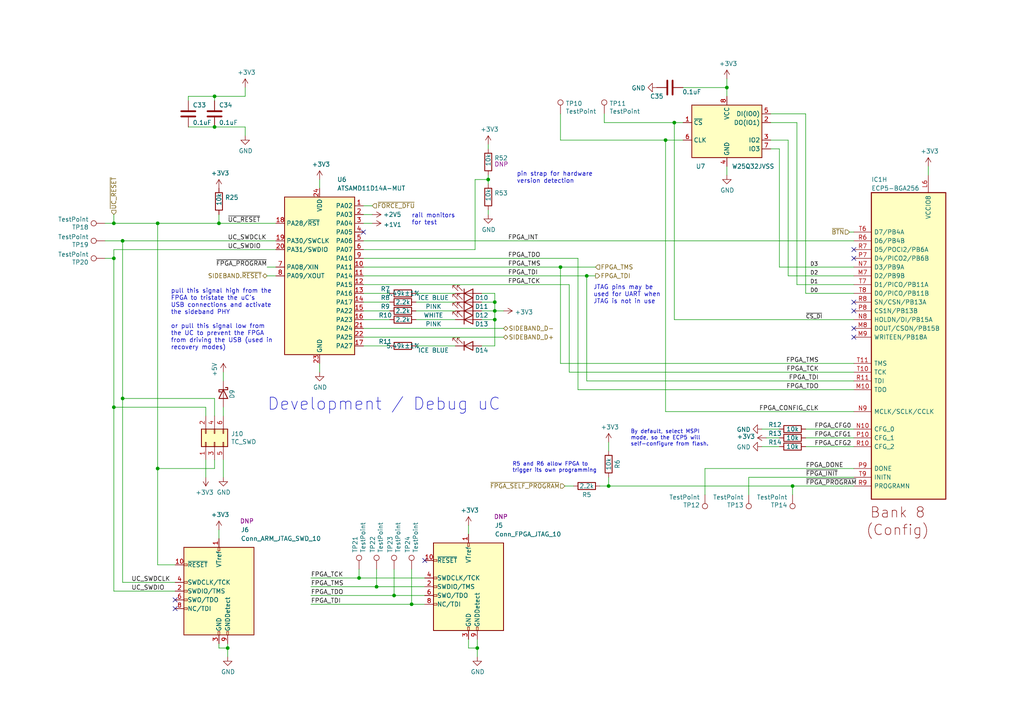
<source format=kicad_sch>
(kicad_sch (version 20211123) (generator eeschema)
  (paper "A4")
  (title_block (title "LUNA USB Multitool") (date "2023-02-07") (rev "r0.5+") (company "Copyright 2019-2023 Great Scott Gadgets") (comment 1 "Licensed under the CERN-OHL-P v2"))
  (junction (at 162.56 77.47))
  (junction (at 104.14 167.64))
  (junction (at 35.56 69.85))
  (junction (at 62.23 36.83))
  (junction (at 193.04 40.64))
  (junction (at 35.56 115.57))
  (junction (at 229.87 140.97))
  (junction (at 33.02 64.77))
  (junction (at 195.58 35.56))
  (junction (at 141.605 52.07))
  (junction (at 138.43 187.96))
  (junction (at 109.22 170.18))
  (junction (at 33.02 118.11))
  (junction (at 210.82 25.4))
  (junction (at 63.5 64.77))
  (junction (at 143.51 87.63))
  (junction (at 119.38 175.26))
  (junction (at 143.51 90.17))
  (junction (at 176.53 140.97))
  (junction (at 62.23 27.94))
  (junction (at 170.18 80.01))
  (junction (at 114.3 172.72))
  (junction (at 143.51 92.71))
  (junction (at 33.02 74.93))
  (junction (at 66.04 187.96))
  (junction (at 45.72 64.77))
  (junction (at 45.72 135.89))
  (no_connect (at 247.65 95.25))
  (no_connect (at 105.41 67.31))
  (no_connect (at 247.65 87.63))
  (no_connect (at 247.65 97.79))
  (no_connect (at 247.65 74.93))
  (no_connect (at 247.65 90.17))
  (no_connect (at 247.65 72.39))
  (no_connect (at 50.8 173.99))
  (no_connect (at 50.8 176.53))
  (no_connect (at 123.19 162.56))
  (wire (pts (xy 247.65 140.97) (xy 229.87 140.97)))
  (wire (pts (xy 45.72 163.83) (xy 50.8 163.83)))
  (wire (pts (xy 105.41 87.63) (xy 113.03 87.63)))
  (wire (pts (xy 193.04 119.38) (xy 193.04 40.64)))
  (wire (pts (xy 123.19 172.72) (xy 114.3 172.72)))
  (wire (pts (xy 35.56 69.85) (xy 80.01 69.85)))
  (wire (pts (xy 233.68 124.46) (xy 247.65 124.46)))
  (wire (pts (xy 62.23 29.21) (xy 62.23 27.94)))
  (wire (pts (xy 162.56 77.47) (xy 172.72 77.47)))
  (wire (pts (xy 105.41 92.71) (xy 113.03 92.71)))
  (wire (pts (xy 66.04 187.96) (xy 66.04 190.5)))
  (wire (pts (xy 54.61 29.21) (xy 54.61 27.94)))
  (wire (pts (xy 59.69 120.65) (xy 59.69 118.11)))
  (wire (pts (xy 226.06 77.47) (xy 226.06 43.18)))
  (wire (pts (xy 233.68 85.09) (xy 247.65 85.09)))
  (wire (pts (xy 123.19 170.18) (xy 109.22 170.18)))
  (wire (pts (xy 71.12 27.94) (xy 71.12 25.4)))
  (wire (pts (xy 165.1 107.95) (xy 165.1 82.55)))
  (wire (pts (xy 210.82 48.26) (xy 210.82 50.8)))
  (wire (pts (xy 222.25 127) (xy 226.06 127)))
  (wire (pts (xy 269.24 50.8) (xy 269.24 48.26)))
  (wire (pts (xy 170.18 80.01) (xy 172.72 80.01)))
  (wire (pts (xy 141.605 62.23) (xy 141.605 60.96)))
  (wire (pts (xy 64.77 107.95) (xy 64.77 110.49)))
  (wire (pts (xy 143.51 87.63) (xy 143.51 85.09)))
  (wire (pts (xy 135.89 185.42) (xy 135.89 187.96)))
  (wire (pts (xy 62.23 27.94) (xy 71.12 27.94)))
  (wire (pts (xy 109.22 165.1) (xy 109.22 170.18)))
  (wire (pts (xy 223.52 40.64) (xy 228.6 40.64)))
  (wire (pts (xy 139.7 87.63) (xy 143.51 87.63)))
  (wire (pts (xy 223.52 33.02) (xy 233.68 33.02)))
  (wire (pts (xy 247.65 135.89) (xy 204.47 135.89)))
  (wire (pts (xy 143.51 85.09) (xy 139.7 85.09)))
  (wire (pts (xy 220.98 129.54) (xy 226.06 129.54)))
  (wire (pts (xy 193.04 40.64) (xy 198.12 40.64)))
  (wire (pts (xy 162.56 40.64) (xy 193.04 40.64)))
  (wire (pts (xy 107.95 64.77) (xy 105.41 64.77)))
  (wire (pts (xy 138.43 187.96) (xy 138.43 190.5)))
  (wire (pts (xy 139.7 92.71) (xy 143.51 92.71)))
  (wire (pts (xy 141.605 43.18) (xy 141.605 41.91)))
  (wire (pts (xy 92.71 52.07) (xy 92.71 54.61)))
  (wire (pts (xy 59.69 133.35) (xy 59.69 138.43)))
  (wire (pts (xy 247.65 119.38) (xy 193.04 119.38)))
  (wire (pts (xy 210.82 22.86) (xy 210.82 25.4)))
  (wire (pts (xy 176.53 128.27) (xy 176.53 130.81)))
  (wire (pts (xy 195.58 92.71) (xy 195.58 35.56)))
  (wire (pts (xy 62.23 120.65) (xy 62.23 115.57)))
  (wire (pts (xy 77.47 77.47) (xy 80.01 77.47)))
  (wire (pts (xy 173.99 140.97) (xy 176.53 140.97)))
  (wire (pts (xy 167.64 74.93) (xy 167.64 113.03)))
  (wire (pts (xy 105.41 62.23) (xy 107.95 62.23)))
  (wire (pts (xy 45.72 135.89) (xy 45.72 163.83)))
  (wire (pts (xy 143.51 92.71) (xy 143.51 90.17)))
  (wire (pts (xy 45.72 64.77) (xy 45.72 135.89)))
  (wire (pts (xy 66.04 186.69) (xy 66.04 187.96)))
  (wire (pts (xy 163.83 140.97) (xy 166.37 140.97)))
  (wire (pts (xy 210.82 27.94) (xy 210.82 25.4)))
  (wire (pts (xy 63.5 62.23) (xy 63.5 64.77)))
  (wire (pts (xy 170.18 110.49) (xy 247.65 110.49)))
  (wire (pts (xy 33.02 72.39) (xy 33.02 74.93)))
  (wire (pts (xy 105.41 85.09) (xy 113.03 85.09)))
  (wire (pts (xy 104.14 167.64) (xy 90.17 167.64)))
  (wire (pts (xy 137.795 72.39) (xy 105.41 72.39)))
  (wire (pts (xy 105.41 90.17) (xy 113.03 90.17)))
  (wire (pts (xy 195.58 35.56) (xy 175.26 35.56)))
  (wire (pts (xy 59.69 118.11) (xy 33.02 118.11)))
  (wire (pts (xy 170.18 80.01) (xy 105.41 80.01)))
  (wire (pts (xy 247.65 92.71) (xy 195.58 92.71)))
  (wire (pts (xy 105.41 82.55) (xy 165.1 82.55)))
  (wire (pts (xy 119.38 165.1) (xy 119.38 175.26)))
  (wire (pts (xy 198.12 25.4) (xy 210.82 25.4)))
  (wire (pts (xy 138.43 187.96) (xy 138.43 185.42)))
  (wire (pts (xy 54.61 36.83) (xy 62.23 36.83)))
  (wire (pts (xy 176.53 140.97) (xy 176.53 138.43)))
  (wire (pts (xy 63.5 153.67) (xy 63.5 156.21)))
  (wire (pts (xy 146.05 95.25) (xy 105.41 95.25)))
  (wire (pts (xy 143.51 90.17) (xy 139.7 90.17)))
  (wire (pts (xy 30.48 69.85) (xy 35.56 69.85)))
  (wire (pts (xy 92.71 105.41) (xy 92.71 107.95)))
  (wire (pts (xy 170.18 80.01) (xy 170.18 110.49)))
  (wire (pts (xy 123.19 175.26) (xy 119.38 175.26)))
  (wire (pts (xy 30.48 64.77) (xy 33.02 64.77)))
  (wire (pts (xy 175.26 35.56) (xy 175.26 33.02)))
  (wire (pts (xy 119.38 175.26) (xy 90.17 175.26)))
  (wire (pts (xy 220.98 124.46) (xy 226.06 124.46)))
  (wire (pts (xy 247.65 69.85) (xy 105.41 69.85)))
  (wire (pts (xy 105.41 97.79) (xy 146.05 97.79)))
  (wire (pts (xy 228.6 80.01) (xy 247.65 80.01)))
  (wire (pts (xy 141.605 52.07) (xy 141.605 50.8)))
  (wire (pts (xy 233.68 127) (xy 247.65 127)))
  (wire (pts (xy 62.23 135.89) (xy 45.72 135.89)))
  (wire (pts (xy 64.77 120.65) (xy 64.77 118.11)))
  (wire (pts (xy 132.08 87.63) (xy 120.65 87.63)))
  (wire (pts (xy 143.51 90.17) (xy 143.51 87.63)))
  (wire (pts (xy 247.65 138.43) (xy 217.17 138.43)))
  (wire (pts (xy 141.605 53.34) (xy 141.605 52.07)))
  (wire (pts (xy 71.12 36.83) (xy 71.12 39.37)))
  (wire (pts (xy 109.22 170.18) (xy 90.17 170.18)))
  (wire (pts (xy 247.65 77.47) (xy 226.06 77.47)))
  (wire (pts (xy 63.5 64.77) (xy 80.01 64.77)))
  (wire (pts (xy 146.05 90.17) (xy 143.51 90.17)))
  (wire (pts (xy 233.68 33.02) (xy 233.68 85.09)))
  (wire (pts (xy 231.14 35.56) (xy 223.52 35.56)))
  (wire (pts (xy 233.68 129.54) (xy 247.65 129.54)))
  (wire (pts (xy 132.08 90.17) (xy 120.65 90.17)))
  (wire (pts (xy 63.5 186.69) (xy 63.5 187.96)))
  (wire (pts (xy 247.65 67.31) (xy 246.38 67.31)))
  (wire (pts (xy 63.5 187.96) (xy 66.04 187.96)))
  (wire (pts (xy 77.47 80.01) (xy 80.01 80.01)))
  (wire (pts (xy 137.795 52.07) (xy 137.795 72.39)))
  (wire (pts (xy 33.02 171.45) (xy 50.8 171.45)))
  (wire (pts (xy 247.65 82.55) (xy 231.14 82.55)))
  (wire (pts (xy 229.87 140.97) (xy 229.87 143.51)))
  (wire (pts (xy 195.58 35.56) (xy 198.12 35.56)))
  (wire (pts (xy 120.65 92.71) (xy 132.08 92.71)))
  (wire (pts (xy 162.56 105.41) (xy 247.65 105.41)))
  (wire (pts (xy 35.56 115.57) (xy 35.56 168.91)))
  (wire (pts (xy 143.51 100.33) (xy 143.51 92.71)))
  (wire (pts (xy 231.14 82.55) (xy 231.14 35.56)))
  (wire (pts (xy 105.41 74.93) (xy 167.64 74.93)))
  (wire (pts (xy 135.89 187.96) (xy 138.43 187.96)))
  (wire (pts (xy 33.02 74.93) (xy 33.02 118.11)))
  (wire (pts (xy 64.77 133.35) (xy 64.77 138.43)))
  (wire (pts (xy 135.89 152.4) (xy 135.89 154.94)))
  (wire (pts (xy 33.02 62.23) (xy 33.02 64.77)))
  (wire (pts (xy 141.605 52.07) (xy 137.795 52.07)))
  (wire (pts (xy 107.95 59.69) (xy 105.41 59.69)))
  (wire (pts (xy 162.56 33.02) (xy 162.56 40.64)))
  (wire (pts (xy 62.23 133.35) (xy 62.23 135.89)))
  (wire (pts (xy 217.17 138.43) (xy 217.17 143.51)))
  (wire (pts (xy 35.56 69.85) (xy 35.56 115.57)))
  (wire (pts (xy 114.3 165.1) (xy 114.3 172.72)))
  (wire (pts (xy 30.48 74.93) (xy 33.02 74.93)))
  (wire (pts (xy 105.41 77.47) (xy 162.56 77.47)))
  (wire (pts (xy 162.56 77.47) (xy 162.56 105.41)))
  (wire (pts (xy 33.02 118.11) (xy 33.02 171.45)))
  (wire (pts (xy 123.19 167.64) (xy 104.14 167.64)))
  (wire (pts (xy 114.3 172.72) (xy 90.17 172.72)))
  (wire (pts (xy 228.6 40.64) (xy 228.6 80.01)))
  (wire (pts (xy 33.02 72.39) (xy 80.01 72.39)))
  (wire (pts (xy 104.14 165.1) (xy 104.14 167.64)))
  (wire (pts (xy 204.47 135.89) (xy 204.47 143.51)))
  (wire (pts (xy 120.65 100.33) (xy 132.08 100.33)))
  (wire (pts (xy 120.65 85.09) (xy 132.08 85.09)))
  (wire (pts (xy 139.7 100.33) (xy 143.51 100.33)))
  (wire (pts (xy 45.72 64.77) (xy 63.5 64.77)))
  (wire (pts (xy 226.06 43.18) (xy 223.52 43.18)))
  (wire (pts (xy 62.23 115.57) (xy 35.56 115.57)))
  (wire (pts (xy 33.02 64.77) (xy 45.72 64.77)))
  (wire (pts (xy 229.87 140.97) (xy 176.53 140.97)))
  (wire (pts (xy 165.1 107.95) (xy 247.65 107.95)))
  (wire (pts (xy 35.56 168.91) (xy 50.8 168.91)))
  (wire (pts (xy 167.64 113.03) (xy 247.65 113.03)))
  (wire (pts (xy 62.23 27.94) (xy 54.61 27.94)))
  (wire (pts (xy 105.41 100.33) (xy 113.03 100.33)))
  (wire (pts (xy 62.23 36.83) (xy 71.12 36.83)))
  (text "pull this signal high from the\nFPGA to tristate the uC’s \nUSB connections and activate\nthe sideband PHY\n\nor pull this signal low from\nthe UC to prevent the FPGA\nfrom driving the USB (used in\nrecovery modes)" (at 49.53 101.6 0) (effects (font (size 1.27 1.27)) (justify left bottom)))
  (text "Development / Debug uC" (at 77.47 119.38 0) (effects (font (size 3.5052 3.5052)) (justify left bottom)))
  (text "By default, select MSPI \nmode, so the ECP5 will \nself-configure from flash." (at 182.88 129.54 0) (effects (font (size 1.1176 1.1176)) (justify left bottom)))
  (text "JTAG pins may be\nused for UART when\nJTAG is not in use" (at 172.085 88.265 0) (effects (font (size 1.27 1.27)) (justify left bottom)))
  (text "rail monitors\nfor test" (at 119.38 65.405 0) (effects (font (size 1.27 1.27)) (justify left bottom)))
  (text "pin strap for hardware\nversion detection" (at 149.86 53.34 0) (effects (font (size 1.27 1.27)) (justify left bottom)))
  (text "R5 and R6 allow FPGA to\ntrigger its own programming" (at 148.59 137.16 0) (effects (font (size 1.1176 1.1176)) (justify left bottom)))
  (label "FPGA_TMS" (at 237.49 105.41 180))
  (label "D1" (at 234.95 82.55 0) (effects (font (size 1.1176 1.1176))))
  (label "~{FPGA_INIT}" (at 233.68 138.43 0))
  (label "FPGA_TMS" (at 147.32 77.47 0))
  (label "D0" (at 234.95 85.09 0) (effects (font (size 1.1176 1.1176))))
  (label "D3" (at 234.95 77.47 0) (effects (font (size 1.1176 1.1176))))
  (label "FPGA_TDI" (at 90.17 175.26 0))
  (label "~{UC_RESET}" (at 66.04 64.77 0))
  (label "FPGA_TDI" (at 147.32 80.01 0))
  (label "FPGA_TDO" (at 147.32 74.93 0))
  (label "UC_SWDCLK" (at 38.1 168.91 0))
  (label "D2" (at 234.95 80.01 0) (effects (font (size 1.1176 1.1176))))
  (label "FPGA_DONE" (at 233.68 135.89 0))
  (label "UC_SWDIO" (at 38.1 171.45 0))
  (label "FPGA_TDO" (at 237.49 113.03 180))
  (label "~{FPGA_PROGRAM}" (at 233.68 140.97 0))
  (label "FPGA_TDO" (at 90.17 172.72 0))
  (label "FPGA_CFG1" (at 236.22 127 0))
  (label "FPGA_TMS" (at 90.17 170.18 0))
  (label "FPGA_TDI" (at 237.49 110.49 180))
  (label "UC_SWDIO" (at 66.04 72.39 0))
  (label "FPGA_TCK" (at 90.17 167.64 0))
  (label "FPGA_CONFIG_CLK" (at 237.49 119.38 180))
  (label "FPGA_TCK" (at 237.49 107.95 180))
  (label "FPGA_INT" (at 147.32 69.85 0))
  (label "~{FPGA_PROGRAM}" (at 77.47 77.47 180))
  (label "FPGA_CFG0" (at 236.22 124.46 0))
  (label "~{CS_DI}" (at 233.68 92.71 0) (effects (font (size 1.1176 1.1176))))
  (label "UC_SWDCLK" (at 66.04 69.85 0))
  (label "FPGA_CFG2" (at 236.22 129.54 0))
  (label "FPGA_TCK" (at 147.32 82.55 0))
  (hierarchical_label "~{FORCE_DFU}" (shape input) (at 107.95 59.69 0))
  (hierarchical_label "~{UC_RESET}" (shape input) (at 33.02 62.23 90))
  (hierarchical_label "~{BTN}" (shape input) (at 246.38 67.31 180))
  (hierarchical_label "SIDEBAND_D+" (shape bidirectional) (at 146.05 97.79 0))
  (hierarchical_label "~{FPGA_SELF_PROGRAM}" (shape input) (at 163.83 140.97 180))
  (hierarchical_label "FPGA_TMS" (shape input) (at 172.72 77.47 0))
  (hierarchical_label "SIDEBAND_D-" (shape bidirectional) (at 146.05 95.25 0))
  (hierarchical_label "FPGA_TDI" (shape output) (at 172.72 80.01 0))
  (hierarchical_label "SIDEBAND.~{RESET}" (shape bidirectional) (at 77.47 80.01 180))
  (symbol (lib_id "Connector:Conn_ARM_JTAG_SWD_10") (at 63.5 171.45 0) (mirror y) (unit 1)
    (property "Reference" "J6" (at 69.85 153.67 0) (effects (justify right)))
    (property "Value" "Conn_ARM_JTAG_SWD_10" (at 69.85 156.21 0) (effects (justify right)))
    (property "Footprint" "luna:SWD_CONNECTOR_LARGE_BOX" (effects hide))
    (property "Datasheet" "http://infocenter.arm.com/help/topic/com.arm.doc.ddi0314h/DDI0314H_coresight_components_trm.pdf" (effects hide))
    (property "Description" "CONN HEADER VERT 10POS 1.27MM" (effects hide))
    (property "Manufacturer" "Samtec" (effects hide))
    (property "Part Number" "FTSH-105-01-F-D-K" (effects hide))
    (property "DNP" "DNP" (at 73.66 151.13 0) (effects (justify left)))
  )
  (symbol (lib_id "power:GND") (at 66.04 190.5 0) (unit 1)
    (property "Reference" "#PWR049" (effects hide))
    (property "Value" "GND" (at 66.1416 194.8688 0))
  )
  (symbol (lib_id "power:+3V3") (at 63.5 153.67 0) (unit 1)
    (property "Reference" "#PWR048" (effects hide))
    (property "Value" "+3V3" (at 63.8556 149.2758 0))
  )
  (symbol (lib_id "Device:LED") (at 135.89 85.09 0) (mirror x) (unit 1)
    (property "Reference" "D10" (at 139.7 86.36 0))
    (property "Value" "ICE BLUE" (at 125.73 86.36 0))
    (property "Footprint" "LED_SMD:LED_0603_1608Metric_Pad1.05x0.95mm_HandSolder" (effects hide))
    (property "Part Number" "MHT192WDT-ICE" (effects hide))
    (property "Manufacturer" "MEIHUA" (effects hide))
    (property "Description" "LED SMD 0603 ICE BLUE" (effects hide))
  )
  (symbol (lib_id "Device:LED") (at 135.89 87.63 0) (mirror x) (unit 1)
    (property "Reference" "D11" (at 139.7 88.9 0))
    (property "Value" "PINK" (at 125.73 88.9 0))
    (property "Footprint" "LED_SMD:LED_0603_1608Metric_Pad1.05x0.95mm_HandSolder" (effects hide))
    (property "Part Number" "OSK40603C1E" (effects hide))
    (property "Manufacturer" "OptoSupply" (effects hide))
    (property "Description" "LED SMD 0603 PINK" (effects hide))
  )
  (symbol (lib_id "Device:LED") (at 135.89 90.17 0) (mirror x) (unit 1)
    (property "Reference" "D12" (at 139.7 91.44 0))
    (property "Value" "WHITE" (at 125.73 91.44 0))
    (property "Footprint" "LED_SMD:LED_0603_1608Metric_Pad1.05x0.95mm_HandSolder" (effects hide))
    (property "Part Number" "ORH-W46G" (effects hide))
    (property "Manufacturer" "Orient" (effects hide))
    (property "Description" "LED SMD 0603 WHITE" (effects hide))
  )
  (symbol (lib_id "Device:LED") (at 135.89 92.71 0) (mirror x) (unit 1)
    (property "Reference" "D13" (at 139.7 93.98 0))
    (property "Value" "PINK" (at 125.73 93.98 0))
    (property "Footprint" "LED_SMD:LED_0603_1608Metric_Pad1.05x0.95mm_HandSolder" (effects hide))
    (property "Part Number" "OSK40603C1E" (effects hide))
    (property "Manufacturer" "OptoSupply" (effects hide))
    (property "Description" "LED SMD 0603 PINK" (effects hide))
  )
  (symbol (lib_id "Device:LED") (at 135.89 100.33 0) (mirror x) (unit 1)
    (property "Reference" "D14" (at 139.7 101.6 0))
    (property "Value" "ICE BLUE" (at 125.73 101.6 0))
    (property "Footprint" "LED_SMD:LED_0603_1608Metric_Pad1.05x0.95mm_HandSolder" (effects hide))
    (property "Part Number" "MHT192WDT-ICE" (effects hide))
    (property "Manufacturer" "MEIHUA" (effects hide))
    (property "Description" "LED SMD 0603 ICE BLUE" (effects hide))
  )
  (symbol (lib_id "power:+3V3") (at 146.05 90.17 270) (unit 1)
    (property "Reference" "#PWR047" (effects hide))
    (property "Value" "+3V3" (at 149.3012 90.5256 90) (effects (justify left)))
  )
  (symbol (lib_id "power:+1V1") (at 107.95 64.77 270) (unit 1)
    (property "Reference" "#PWR040" (effects hide))
    (property "Value" "+1V1" (at 111.2012 65.151 90) (effects (justify left)))
  )
  (symbol (lib_id "power:+2V5") (at 107.95 62.23 270) (unit 1)
    (property "Reference" "#PWR046" (effects hide))
    (property "Value" "+2V5" (at 111.125 62.23 90) (effects (justify left)))
  )
  (symbol (lib_id "Connector:Conn_ARM_JTAG_SWD_10") (at 135.89 170.18 0) (mirror y) (unit 1)
    (property "Reference" "J5" (at 143.51 152.4 0) (effects (justify right)))
    (property "Value" "Conn_FPGA_JTAG_10" (at 143.51 154.94 0) (effects (justify right)))
    (property "Footprint" "luna:SWD_CONNECTOR_LARGE_BOX" (effects hide))
    (property "Datasheet" "http://infocenter.arm.com/help/topic/com.arm.doc.ddi0314h/DDI0314H_coresight_components_trm.pdf" (effects hide))
    (property "Description" "CONN HEADER VERT 10POS 1.27MM" (effects hide))
    (property "Manufacturer" "Samtec" (effects hide))
    (property "Part Number" "FTSH-105-01-F-D-K" (effects hide))
    (property "DNP" "DNP" (at 147.32 149.86 0) (effects (justify left)))
  )
  (symbol (lib_id "fpgas_and_processors:ECP5-BGA256") (at 274.32 55.88 0) (mirror y) (unit 8)
    (property "Reference" "IC1" (at 252.73 52.07 0) (effects (justify right)))
    (property "Value" "ECP5-BGA256" (at 252.73 54.61 0) (effects (justify right)))
    (property "Footprint" "luna:lattice_cabga256" (effects hide))
    (property "Description" "FPGA - Field Programmable Gate Array ECP5; 12k LUTs; 1.1V" (effects hide))
    (property "Manufacturer" "Lattice" (effects hide))
    (property "Part Number" "LFE5U-12F-6BG256C" (effects hide))
    (property "Substitution" "LFE5U-12F-*BG256*" (effects hide))
  )
  (symbol (lib_id "power:+3V3") (at 269.24 48.26 0) (unit 1)
    (property "Reference" "#PWR056" (effects hide))
    (property "Value" "+3V3" (at 269.621 43.8658 0))
  )
  (symbol (lib_id "Device:C") (at 54.61 33.02 0) (unit 1)
    (property "Reference" "C33" (at 55.88 30.48 0) (effects (justify left)))
    (property "Value" "0.1uF" (at 55.88 35.56 0) (effects (justify left)))
    (property "Footprint" "Capacitor_SMD:C_0402_1005Metric" (effects hide))
    (property "Part Number" "GENERIC-CAP-0402-0.1uF" (effects hide))
    (property "Substitution" "any equivalent" (effects hide))
  )
  (symbol (lib_id "Device:C") (at 62.23 33.02 0) (unit 1)
    (property "Reference" "C34" (at 63.5 30.48 0) (effects (justify left)))
    (property "Value" "0.1uF" (at 63.5 35.56 0) (effects (justify left)))
    (property "Footprint" "Capacitor_SMD:C_0402_1005Metric" (effects hide))
    (property "Part Number" "GENERIC-CAP-0402-0.1uF" (effects hide))
    (property "Substitution" "any equivalent" (effects hide))
  )
  (symbol (lib_id "power:GND") (at 71.12 39.37 0) (unit 1)
    (property "Reference" "#PWR041" (effects hide))
    (property "Value" "GND" (at 71.247 43.7642 0))
  )
  (symbol (lib_id "power:+3V3") (at 71.12 25.4 0) (unit 1)
    (property "Reference" "#PWR045" (effects hide))
    (property "Value" "+3V3" (at 71.501 21.0058 0))
  )
  (symbol (lib_id "power:GND") (at 92.71 107.95 0) (unit 1)
    (property "Reference" "#PWR044" (effects hide))
    (property "Value" "GND" (at 92.837 112.3442 0))
  )
  (symbol (lib_id "Memory_Flash:W25Q32JVSS") (at 210.82 38.1 0) (unit 1)
    (property "Reference" "U7" (at 203.2 48.26 0))
    (property "Value" "W25Q32JVSS" (at 218.44 48.26 0))
    (property "Footprint" "Package_SO:SOIC-8_5.23x5.23mm_P1.27mm" (effects hide))
    (property "Datasheet" "http://www.winbond.com/resource-files/w25q32jv%20revg%2003272018%20plus.pdf" (effects hide))
    (property "Description" "IC FLASH 32M SPI 133MHZ 8SOIC" (effects hide))
    (property "Manufacturer" "Winbond" (effects hide))
    (property "Part Number" "W25Q32JVSSIQ" (effects hide))
  )
  (symbol (lib_id "power:+3V3") (at 210.82 22.86 0) (unit 1)
    (property "Reference" "#PWR051" (effects hide))
    (property "Value" "+3V3" (at 211.201 18.4658 0))
  )
  (symbol (lib_id "power:GND") (at 210.82 50.8 0) (unit 1)
    (property "Reference" "#PWR052" (effects hide))
    (property "Value" "GND" (at 210.947 55.1942 0))
  )
  (symbol (lib_id "Device:C") (at 194.31 25.4 270) (unit 1)
    (property "Reference" "C35" (at 190.5 27.94 90))
    (property "Value" "0.1uF" (at 200.66 26.67 90))
    (property "Footprint" "Capacitor_SMD:C_0402_1005Metric" (effects hide))
    (property "Part Number" "GENERIC-CAP-0402-0.1uF" (effects hide))
    (property "Substitution" "any equivalent" (effects hide))
  )
  (symbol (lib_id "power:GND") (at 190.5 25.4 270) (unit 1)
    (property "Reference" "#PWR050" (effects hide))
    (property "Value" "GND" (at 187.2488 25.527 90) (effects (justify right)))
  )
  (symbol (lib_id "Device:R") (at 229.87 124.46 270) (unit 1)
    (property "Reference" "R12" (at 224.79 123.19 90))
    (property "Value" "10k" (at 229.87 124.46 90))
    (property "Footprint" "Resistor_SMD:R_0402_1005Metric" (effects hide))
    (property "Part Number" "GENERIC-RES-0402-10K" (effects hide))
    (property "Substitution" "any equivalent" (effects hide))
  )
  (symbol (lib_id "Device:R") (at 229.87 127 270) (unit 1)
    (property "Reference" "R13" (at 224.79 125.73 90))
    (property "Value" "10k" (at 229.87 127 90))
    (property "Footprint" "Resistor_SMD:R_0402_1005Metric" (effects hide))
    (property "Part Number" "GENERIC-RES-0402-10K" (effects hide))
    (property "Substitution" "any equivalent" (effects hide))
  )
  (symbol (lib_id "Device:R") (at 229.87 129.54 270) (unit 1)
    (property "Reference" "R14" (at 224.79 128.27 90))
    (property "Value" "10k" (at 229.87 129.54 90))
    (property "Footprint" "Resistor_SMD:R_0402_1005Metric" (effects hide))
    (property "Part Number" "GENERIC-RES-0402-10K" (effects hide))
    (property "Substitution" "any equivalent" (effects hide))
  )
  (symbol (lib_id "power:+3V3") (at 222.25 127 90) (unit 1)
    (property "Reference" "#PWR055" (effects hide))
    (property "Value" "+3V3" (at 218.9988 126.619 90) (effects (justify left)))
  )
  (symbol (lib_id "power:GND") (at 220.98 124.46 270) (unit 1)
    (property "Reference" "#PWR053" (effects hide))
    (property "Value" "GND" (at 217.7288 124.587 90) (effects (justify right)))
  )
  (symbol (lib_id "power:GND") (at 220.98 129.54 270) (unit 1)
    (property "Reference" "#PWR054" (effects hide))
    (property "Value" "GND" (at 217.7288 129.667 90) (effects (justify right)))
  )
  (symbol (lib_id "Device:R") (at 63.5 58.42 0) (unit 1)
    (property "Reference" "R25" (at 65.278 57.277 0) (effects (justify left)))
    (property "Value" "10k" (at 63.5 59.69 90) (effects (justify left)))
    (property "Footprint" "Resistor_SMD:R_0402_1005Metric" (effects hide))
    (property "Part Number" "GENERIC-RES-0402-10K" (effects hide))
    (property "Substitution" "any equivalent" (effects hide))
  )
  (symbol (lib_id "power:+3V3") (at 63.5 54.61 0) (unit 1)
    (property "Reference" "#PWR0103" (effects hide))
    (property "Value" "+3V3" (at 63.8556 50.2158 0))
  )
  (symbol (lib_id "MCU_Microchip_SAMD:ATSAMD11D14A-M") (at 92.71 80.01 0) (unit 1)
    (property "Reference" "U6" (at 97.79 52.07 0) (effects (justify left)))
    (property "Value" "ATSAMD11D14A-MUT" (at 97.79 54.61 0) (effects (justify left)))
    (property "Footprint" "Package_DFN_QFN:QFN-24-1EP_4x4mm_P0.5mm_EP2.6x2.6mm" (effects hide))
    (property "Datasheet" "http://ww1.microchip.com/downloads/en/DeviceDoc/Atmel-42363-SAM-D11_Datasheet.pdf" (effects hide))
    (property "Description" "IC MCU 32BIT 16KB FLASH 24QFN" (effects hide))
    (property "Manufacturer" "Microchip" (effects hide))
    (property "Part Number" "ATSAMD11D14A-MUT" (effects hide))
    (property "Substitution" "ATSAMD11D14A-MNT" (effects hide))
  )
  (symbol (lib_id "power:+3V3") (at 92.71 52.07 0) (unit 1)
    (property "Reference" "#PWR0112" (effects hide))
    (property "Value" "+3V3" (at 93.091 47.6758 0))
  )
  (symbol (lib_id "power:+3V3") (at 176.53 128.27 0) (unit 1)
    (property "Reference" "#PWR02" (effects hide))
    (property "Value" "+3V3" (at 176.8856 123.8758 0))
  )
  (symbol (lib_id "Device:R") (at 176.53 134.62 0) (unit 1)
    (property "Reference" "R6" (at 179.07 134.62 90))
    (property "Value" "10k" (at 176.53 134.62 90))
    (property "Footprint" "Resistor_SMD:R_0402_1005Metric" (effects hide))
    (property "Part Number" "GENERIC-RES-0402-10K" (effects hide))
    (property "Substitution" "any equivalent" (effects hide))
  )
  (symbol (lib_id "Device:R") (at 170.18 140.97 270) (unit 1)
    (property "Reference" "R5" (at 170.18 143.51 90))
    (property "Value" "2.2k" (at 170.18 140.97 90))
    (property "Footprint" "Resistor_SMD:R_0402_1005Metric" (effects hide))
    (property "Part Number" "GENERIC-RES-0402-2.2K" (effects hide))
    (property "Substitution" "any equivalent" (effects hide))
  )
  (symbol (lib_id "power:+3V3") (at 135.89 152.4 0) (unit 1)
    (property "Reference" "#PWR0124" (effects hide))
    (property "Value" "+3V3" (at 136.2456 148.0058 0))
  )
  (symbol (lib_id "Device:R") (at 116.84 87.63 270) (unit 1)
    (property "Reference" "R8" (at 111.76 86.36 90))
    (property "Value" "2.2k" (at 116.84 87.63 90))
    (property "Footprint" "Resistor_SMD:R_0402_1005Metric" (effects hide))
    (property "Part Number" "GENERIC-RES-0402-2.2K" (effects hide))
    (property "Substitution" "any equivalent" (effects hide))
  )
  (symbol (lib_id "Device:R") (at 116.84 90.17 270) (unit 1)
    (property "Reference" "R9" (at 111.76 88.9 90))
    (property "Value" "2.2k" (at 116.84 90.17 90))
    (property "Footprint" "Resistor_SMD:R_0402_1005Metric" (effects hide))
    (property "Part Number" "GENERIC-RES-0402-2.2K" (effects hide))
    (property "Substitution" "any equivalent" (effects hide))
  )
  (symbol (lib_id "Device:R") (at 116.84 92.71 270) (unit 1)
    (property "Reference" "R10" (at 111.76 91.44 90))
    (property "Value" "2.2k" (at 116.84 92.71 90))
    (property "Footprint" "Resistor_SMD:R_0402_1005Metric" (effects hide))
    (property "Part Number" "GENERIC-RES-0402-2.2K" (effects hide))
    (property "Substitution" "any equivalent" (effects hide))
  )
  (symbol (lib_id "Device:R") (at 116.84 85.09 270) (mirror x) (unit 1)
    (property "Reference" "R7" (at 111.76 83.82 90))
    (property "Value" "5.49k±1%" (at 116.84 85.09 90))
    (property "Footprint" "Resistor_SMD:R_0402_1005Metric" (effects hide))
    (property "Part Number" "ERJ-2RKF5491X" (effects hide))
    (property "Substitution" "any equivalent" (effects hide))
    (property "Description" "RES SMD 5.49K OHM 1% 1/10W 0402" (effects hide))
    (property "Manufacturer" "Panasonic" (effects hide))
  )
  (symbol (lib_id "Connector:TestPoint") (at 175.26 33.02 0) (unit 1)
    (property "Reference" "TP11" (at 176.7332 30.0228 0) (effects (justify left)))
    (property "Value" "TestPoint" (at 176.7332 32.3088 0) (effects (justify left)))
    (property "Footprint" "TestPoint:TestPoint_Pad_D1.0mm" (effects hide))
    (property "DNP" "DNP" (effects hide))
  )
  (symbol (lib_id "Connector:TestPoint") (at 162.56 33.02 0) (unit 1)
    (property "Reference" "TP10" (at 164.0332 30.0228 0) (effects (justify left)))
    (property "Value" "TestPoint" (at 164.0332 32.3088 0) (effects (justify left)))
    (property "Footprint" "TestPoint:TestPoint_Pad_D1.0mm" (effects hide))
    (property "DNP" "DNP" (effects hide))
  )
  (symbol (lib_id "Device:R") (at 116.84 100.33 270) (mirror x) (unit 1)
    (property "Reference" "R11" (at 111.76 99.06 90))
    (property "Value" "5.49k±1%" (at 116.84 100.33 90))
    (property "Footprint" "Resistor_SMD:R_0402_1005Metric" (effects hide))
    (property "Part Number" "ERJ-2RKF5491X" (effects hide))
    (property "Substitution" "any equivalent" (effects hide))
    (property "Description" "RES SMD 5.49K OHM 1% 1/10W 0402" (effects hide))
    (property "Manufacturer" "Panasonic" (effects hide))
  )
  (symbol (lib_id "Connector:TestPoint") (at 229.87 143.51 180) (unit 1)
    (property "Reference" "TP14" (at 228.3968 146.5072 0) (effects (justify left)))
    (property "Value" "TestPoint" (at 228.3968 144.2212 0) (effects (justify left)))
    (property "Footprint" "TestPoint:TestPoint_Pad_D1.0mm" (effects hide))
    (property "DNP" "DNP" (effects hide))
  )
  (symbol (lib_id "Connector:TestPoint") (at 217.17 143.51 180) (unit 1)
    (property "Reference" "TP13" (at 215.6968 146.5072 0) (effects (justify left)))
    (property "Value" "TestPoint" (at 215.6968 144.2212 0) (effects (justify left)))
    (property "Footprint" "TestPoint:TestPoint_Pad_D1.0mm" (effects hide))
    (property "DNP" "DNP" (effects hide))
  )
  (symbol (lib_id "Connector:TestPoint") (at 204.47 143.51 180) (unit 1)
    (property "Reference" "TP12" (at 202.9968 146.5072 0) (effects (justify left)))
    (property "Value" "TestPoint" (at 202.9968 144.2212 0) (effects (justify left)))
    (property "Footprint" "TestPoint:TestPoint_Pad_D1.0mm" (effects hide))
    (property "DNP" "DNP" (effects hide))
  )
  (symbol (lib_id "Connector_Generic:Conn_02x03_Odd_Even") (at 62.23 128.27 90) (unit 1)
    (property "Reference" "J10" (at 67.0052 125.8316 90) (effects (justify right)))
    (property "Value" "TC_SWD" (at 67.0052 128.143 90) (effects (justify right)))
    (property "Footprint" "Connector:Tag-Connect_TC2030-IDC-FP_2x03_P1.27mm_Vertical" (effects hide))
    (property "Manufacturer" "Tag-Connect" (effects hide))
    (property "DNP" "DNP" (effects hide))
    (property "Part Number" "TC2030-IDC" (effects hide))
    (property "Substitution" "TC2030-CTX" (effects hide))
  )
  (symbol (lib_id "power:+3V3") (at 59.69 138.43 180) (unit 1)
    (property "Reference" "#PWR0133" (effects hide))
    (property "Value" "+3V3" (at 59.3344 142.8242 0))
  )
  (symbol (lib_id "power:GND") (at 64.77 138.43 0) (unit 1)
    (property "Reference" "#PWR0131" (effects hide))
    (property "Value" "GND" (at 64.8716 142.7988 0))
  )
  (symbol (lib_id "power:+5V") (at 64.77 107.95 0) (unit 1)
    (property "Reference" "#PWR0136" (effects hide))
    (property "Value" "+5V" (at 62.23 109.22 90) (effects (justify left)))
  )
  (symbol (lib_id "Device:D_Schottky") (at 64.77 114.3 270) (unit 1)
    (property "Reference" "D9" (at 67.31 114.3 0))
    (property "Value" "PMEG4010ESBYL" (effects hide))
    (property "Footprint" "luna:DSN1006-2" (effects hide))
    (property "Manufacturer" "Nexperia" (effects hide))
    (property "Part Number" "PMEG4010ESBYL" (effects hide))
    (property "Description" "DIODE SCHOTTKY 40V 1A DSN1006-2" (effects hide))
    (property "Substitution" "Diodes Inc. BAT54LP-7, Micro Commercial SM5819L2-TP" (effects hide))
  )
  (symbol (lib_id "Connector:TestPoint") (at 30.48 74.93 90) (unit 1)
    (property "Reference" "TP20" (at 25.7302 76.073 90) (effects (justify left)))
    (property "Value" "TestPoint" (at 25.7302 73.787 90) (effects (justify left)))
    (property "Footprint" "TestPoint:TestPoint_Pad_D1.0mm" (effects hide))
    (property "DNP" "DNP" (effects hide))
  )
  (symbol (lib_id "Connector:TestPoint") (at 30.48 69.85 90) (unit 1)
    (property "Reference" "TP19" (at 25.7302 70.993 90) (effects (justify left)))
    (property "Value" "TestPoint" (at 25.7302 68.707 90) (effects (justify left)))
    (property "Footprint" "TestPoint:TestPoint_Pad_D1.0mm" (effects hide))
    (property "DNP" "DNP" (effects hide))
  )
  (symbol (lib_id "Connector:TestPoint") (at 30.48 64.77 90) (unit 1)
    (property "Reference" "TP18" (at 25.7302 65.913 90) (effects (justify left)))
    (property "Value" "TestPoint" (at 25.7302 63.627 90) (effects (justify left)))
    (property "Footprint" "TestPoint:TestPoint_Pad_D1.0mm" (effects hide))
    (property "DNP" "DNP" (effects hide))
  )
  (symbol (lib_id "Connector:TestPoint") (at 104.14 165.1 0) (unit 1)
    (property "Reference" "TP21" (at 102.997 160.3502 90) (effects (justify left)))
    (property "Value" "TestPoint" (at 105.283 160.3502 90) (effects (justify left)))
    (property "Footprint" "TestPoint:TestPoint_Pad_D1.0mm" (effects hide))
    (property "DNP" "DNP" (effects hide))
  )
  (symbol (lib_id "Connector:TestPoint") (at 109.22 165.1 0) (unit 1)
    (property "Reference" "TP22" (at 108.077 160.3502 90) (effects (justify left)))
    (property "Value" "TestPoint" (at 110.363 160.3502 90) (effects (justify left)))
    (property "Footprint" "TestPoint:TestPoint_Pad_D1.0mm" (effects hide))
    (property "DNP" "DNP" (effects hide))
  )
  (symbol (lib_id "Connector:TestPoint") (at 114.3 165.1 0) (unit 1)
    (property "Reference" "TP23" (at 113.157 160.3502 90) (effects (justify left)))
    (property "Value" "TestPoint" (at 115.443 160.3502 90) (effects (justify left)))
    (property "Footprint" "TestPoint:TestPoint_Pad_D1.0mm" (effects hide))
    (property "DNP" "DNP" (effects hide))
  )
  (symbol (lib_id "Connector:TestPoint") (at 119.38 165.1 0) (unit 1)
    (property "Reference" "TP24" (at 118.237 160.3502 90) (effects (justify left)))
    (property "Value" "TestPoint" (at 120.523 160.3502 90) (effects (justify left)))
    (property "Footprint" "TestPoint:TestPoint_Pad_D1.0mm" (effects hide))
    (property "DNP" "DNP" (effects hide))
  )
  (symbol (lib_id "power:GND") (at 138.43 190.5 0) (unit 1)
    (property "Reference" "#PWR020" (effects hide))
    (property "Value" "GND" (at 138.5316 194.8688 0))
  )
  (symbol (lib_id "power:+3V3") (at 141.605 41.91 0) (unit 1)
    (property "Reference" "#PWR0138" (effects hide))
    (property "Value" "+3V3" (at 141.986 37.5158 0))
  )
  (symbol (lib_id "power:GND") (at 141.605 62.23 0) (unit 1)
    (property "Reference" "#PWR0139" (effects hide))
    (property "Value" "GND" (at 141.732 66.6242 0))
  )
  (symbol (lib_id "Device:R") (at 141.605 57.15 0) (unit 1)
    (property "Reference" "R53" (at 143.383 56.007 0) (effects (justify left)))
    (property "Value" "10k" (at 141.605 58.42 90) (effects (justify left)))
    (property "Footprint" "Resistor_SMD:R_0402_1005Metric" (effects hide))
    (property "Part Number" "GENERIC-RES-0402-10K" (effects hide))
    (property "Substitution" "any equivalent" (effects hide))
  )
  (symbol (lib_id "Device:R") (at 141.605 46.99 0) (unit 1)
    (property "Reference" "R52" (at 143.383 45.847 0) (effects (justify left)))
    (property "Value" "10k" (at 141.605 48.26 90) (effects (justify left)))
    (property "Footprint" "Resistor_SMD:R_0402_1005Metric" (effects hide))
    (property "Part Number" "GENERIC-RES-0402-10K" (effects hide))
    (property "Substitution" "any equivalent" (effects hide))
    (property "DNP" "DNP" (at 145.415 47.625 0))
  )
)
</source>
